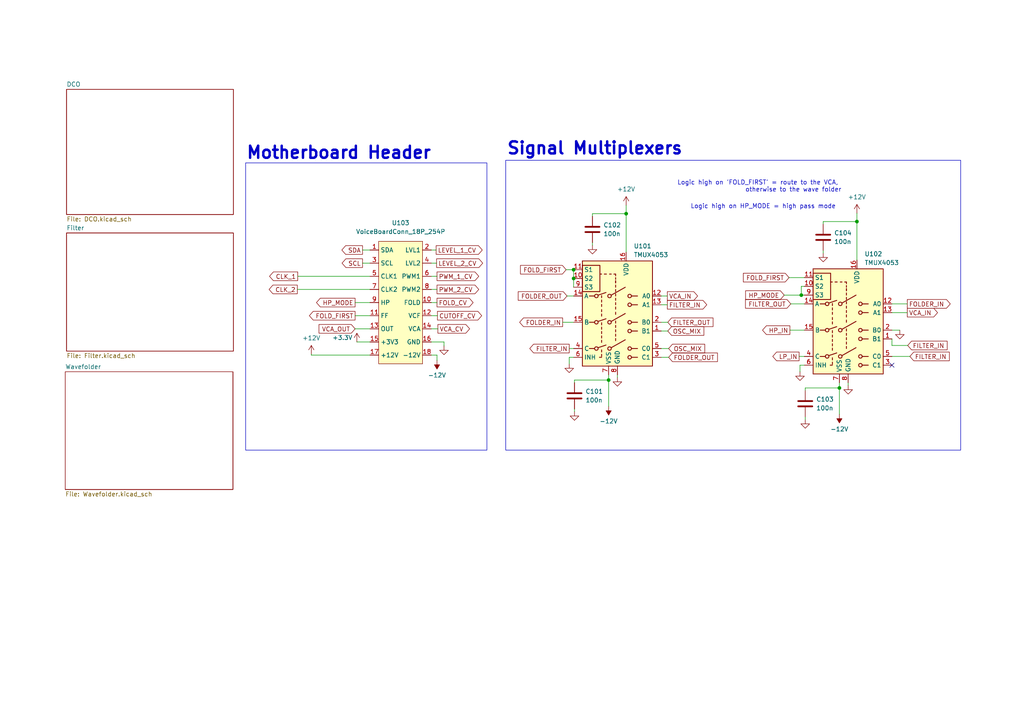
<source format=kicad_sch>
(kicad_sch (version 20231120) (generator "eeschema") (generator_version "8.0")
  (paper "A4")
  (lib_symbols
    (symbol "Analog_Switch:TMUX4053"
      (property "Reference" "U" (at -10.16 16.51 0))
      (property "Value" "TMUX4053" (at 3.81 16.51 0))
      (symbol "TMUX4053_0_1"
        (rectangle (start -10.16 6.35) (end -5.08 13.97) (stroke (width 0.254)))
        (rectangle (start -10.16 15.24) (end 10.16 -15.24) (stroke (width 0.254)) (fill (type background)))
        (circle (center -6.096 -10.16) (radius 0.508) (stroke (width 0.254)))
        (circle (center -6.096 -2.54) (radius 0.508) (stroke (width 0.254)))
        (circle (center -6.096 5.08) (radius 0.508) (stroke (width 0.254)))
        (circle (center -2.286 -10.16) (radius 0.508) (stroke (width 0.254)))
        (circle (center -2.286 -2.54) (radius 0.508) (stroke (width 0.254)))
        (circle (center -2.286 5.08) (radius 0.508) (stroke (width 0.254)))
        (polyline (pts (xy -8.128 -10.16) (xy -6.604 -10.16)) (stroke (width 0.254)))
        (polyline (pts (xy -8.128 -2.54) (xy -6.604 -2.54)) (stroke (width 0.254)))
        (polyline (pts (xy -8.128 5.08) (xy -6.604 5.08)) (stroke (width 0.254)))
        (polyline (pts (xy -5.588 -9.906) (xy -3.302 -9.144)) (stroke (width 0.254)))
        (polyline (pts (xy -5.588 -2.286) (xy -3.302 -1.524)) (stroke (width 0.254)))
        (polyline (pts (xy -5.588 5.334) (xy -3.302 6.096)) (stroke (width 0.254)))
        (polyline (pts (xy -4.572 -12.7) (xy -5.207 -12.7)) (stroke (width 0.254)))
        (polyline (pts (xy -4.572 -12.446) (xy -4.572 -11.811)) (stroke (width 0.254)))
        (polyline (pts (xy -4.572 -11.176) (xy -4.572 -10.541)) (stroke (width 0.254)))
        (polyline (pts (xy -4.572 -8.382) (xy -4.572 -7.747)) (stroke (width 0.254)))
        (polyline (pts (xy -4.572 -7.112) (xy -4.572 -6.477)) (stroke (width 0.254)))
        (polyline (pts (xy -4.572 -5.842) (xy -4.572 -5.207)) (stroke (width 0.254)))
        (polyline (pts (xy -4.572 -4.572) (xy -4.572 -3.937)) (stroke (width 0.254)))
        (polyline (pts (xy -4.572 -3.302) (xy -4.572 -2.667)) (stroke (width 0.254)))
        (polyline (pts (xy -4.572 -0.762) (xy -4.572 -0.127)) (stroke (width 0.254)))
        (polyline (pts (xy -4.572 0.508) (xy -4.572 1.143)) (stroke (width 0.254)))
        (polyline (pts (xy -4.572 2.032) (xy -4.572 2.667)) (stroke (width 0.254)))
        (polyline (pts (xy -4.572 3.302) (xy -4.572 3.937)) (stroke (width 0.254)))
        (polyline (pts (xy -4.572 4.572) (xy -4.572 5.207)) (stroke (width 0.254)))
        (polyline (pts (xy -4.572 11.43) (xy -5.08 11.43)) (stroke (width 0.254)))
        (polyline (pts (xy -3.81 11.43) (xy -3.175 11.43)) (stroke (width 0.254)))
        (polyline (pts (xy -1.778 -9.906) (xy 2.286 -7.62)) (stroke (width 0.254)))
        (polyline (pts (xy -1.778 -2.286) (xy 2.286 0)) (stroke (width 0.254)))
        (polyline (pts (xy -1.778 5.334) (xy 2.286 7.62)) (stroke (width 0.254)))
        (polyline (pts (xy -1.778 11.43) (xy -2.286 11.43)) (stroke (width 0.254)))
        (polyline (pts (xy -0.508 -7.874) (xy -0.508 -7.239)) (stroke (width 0.254)))
        (polyline (pts (xy -0.508 -6.604) (xy -0.508 -5.969)) (stroke (width 0.254)))
        (polyline (pts (xy -0.508 -5.334) (xy -0.508 -4.699)) (stroke (width 0.254)))
        (polyline (pts (xy -0.508 -4.064) (xy -0.508 -3.429)) (stroke (width 0.254)))
        (polyline (pts (xy -0.508 -2.794) (xy -0.508 -2.159)) (stroke (width 0.254)))
        (polyline (pts (xy -0.508 -0.254) (xy -0.508 0.381)) (stroke (width 0.254)))
        (polyline (pts (xy -0.508 1.27) (xy -0.508 1.905)) (stroke (width 0.254)))
        (polyline (pts (xy -0.508 2.54) (xy -0.508 3.175)) (stroke (width 0.254)))
        (polyline (pts (xy -0.508 3.81) (xy -0.508 4.445)) (stroke (width 0.254)))
        (polyline (pts (xy -0.508 5.08) (xy -0.508 5.715)) (stroke (width 0.254)))
        (polyline (pts (xy -0.508 6.35) (xy -0.508 6.985)) (stroke (width 0.254)))
        (polyline (pts (xy -0.508 7.62) (xy -0.508 8.255)) (stroke (width 0.254)))
        (polyline (pts (xy -0.508 8.89) (xy -0.508 9.398)) (stroke (width 0.254)))
        (polyline (pts (xy -0.508 8.89) (xy -0.508 9.525)) (stroke (width 0.254)))
        (polyline (pts (xy -0.508 9.906) (xy -0.508 10.414)) (stroke (width 0.254)))
        (polyline (pts (xy -0.508 10.922) (xy -0.508 11.43)) (stroke (width 0.254)))
        (polyline (pts (xy -0.508 11.43) (xy -1.016 11.43)) (stroke (width 0.254)))
        (polyline (pts (xy 4.064 -12.7) (xy 5.842 -12.7)) (stroke (width 0.254)))
        (polyline (pts (xy 4.064 -10.16) (xy 5.842 -10.16)) (stroke (width 0.254)))
        (polyline (pts (xy 4.064 -5.08) (xy 5.842 -5.08)) (stroke (width 0.254)))
        (polyline (pts (xy 4.064 -2.54) (xy 5.842 -2.54)) (stroke (width 0.254)))
        (polyline (pts (xy 4.064 2.54) (xy 5.842 2.54)) (stroke (width 0.254)))
        (polyline (pts (xy 4.064 5.08) (xy 5.842 5.08)) (stroke (width 0.254)))
        (circle (center 3.556 -12.7) (radius 0.508) (stroke (width 0.254)))
        (circle (center 3.556 -10.16) (radius 0.508) (stroke (width 0.254)))
        (circle (center 3.556 -5.08) (radius 0.508) (stroke (width 0.254)))
        (circle (center 3.556 -2.54) (radius 0.508) (stroke (width 0.254)))
        (circle (center 3.556 2.54) (radius 0.508) (stroke (width 0.254)))
        (circle (center 3.556 5.08) (radius 0.508) (stroke (width 0.254)))
      )
      (symbol "TMUX4053_1_1"
        (pin bidirectional line (at 12.7 -5.08 180) (length 2.54) (name "B1") (number "1"))
        (pin input line (at -12.7 10.16 0) (length 2.54) (name "S2") (number "10"))
        (pin input line (at -12.7 12.7 0) (length 2.54) (name "S1") (number "11"))
        (pin bidirectional line (at 12.7 5.08 180) (length 2.54) (name "A0") (number "12"))
        (pin bidirectional line (at 12.7 2.54 180) (length 2.54) (name "A1") (number "13"))
        (pin bidirectional line (at -12.7 5.08 0) (length 2.54) (name "A") (number "14"))
        (pin bidirectional line (at -12.7 -2.54 0) (length 2.54) (name "B") (number "15"))
        (pin power_in line (at 2.54 17.78 270) (length 2.54) (name "VDD") (number "16"))
        (pin bidirectional line (at 12.7 -2.54 180) (length 2.54) (name "B0") (number "2"))
        (pin bidirectional line (at 12.7 -12.7 180) (length 2.54) (name "C1") (number "3"))
        (pin bidirectional line (at -12.7 -10.16 0) (length 2.54) (name "C") (number "4"))
        (pin bidirectional line (at 12.7 -10.16 180) (length 2.54) (name "C0") (number "5"))
        (pin input line (at -12.7 -12.7 0) (length 2.54) (name "INH") (number "6"))
        (pin power_in line (at -2.54 -17.78 90) (length 2.54) (name "VSS") (number "7"))
        (pin power_in line (at 0 -17.78 90) (length 2.54) (name "GND") (number "8"))
        (pin input line (at -12.7 7.62 0) (length 2.54) (name "S3") (number "9"))
      )
    )
    (symbol "Connector_Audio:VoiceBoardConn_18P_254P"
      (property "Reference" "U" (at 0 0 0))
      (property "Value" "VoiceBoardConn_18P_254P" (at 0 -39.37 0))
      (symbol "VoiceBoardConn_18P_254P_1_1"
        (rectangle (start -6.35 26.67) (end 6.35 -8.89) (fill (type background)))
        (pin passive line (at -8.89 24.13 0) (length 2.54) (name "SDA") (number "1"))
        (pin passive line (at 8.89 8.89 180) (length 2.54) (name "FOLD") (number "10"))
        (pin passive line (at -8.89 5.08 0) (length 2.54) (name "FF") (number "11"))
        (pin passive line (at 8.89 5.08 180) (length 2.54) (name "VCF") (number "12"))
        (pin passive line (at -8.89 1.27 0) (length 2.54) (name "OUT") (number "13"))
        (pin passive line (at 8.89 1.27 180) (length 2.54) (name "VCA") (number "14"))
        (pin passive line (at -8.89 -2.54 0) (length 2.54) (name "+3V3") (number "15"))
        (pin passive line (at 8.89 -2.54 180) (length 2.54) (name "GND") (number "16"))
        (pin passive line (at -8.89 -6.35 0) (length 2.54) (name "+12V") (number "17"))
        (pin passive line (at 8.89 -6.35 180) (length 2.54) (name "-12V") (number "18"))
        (pin passive line (at 8.89 24.13 180) (length 2.54) (name "LVL1") (number "2"))
        (pin passive line (at -8.89 20.32 0) (length 2.54) (name "SCL") (number "3"))
        (pin passive line (at 8.89 20.32 180) (length 2.54) (name "LVL2") (number "4"))
        (pin passive line (at -8.89 16.51 0) (length 2.54) (name "CLK1") (number "5"))
        (pin passive line (at 8.89 16.51 180) (length 2.54) (name "PWM1") (number "6"))
        (pin passive line (at -8.89 12.7 0) (length 2.54) (name "CLK2") (number "7"))
        (pin passive line (at 8.89 12.7 180) (length 2.54) (name "PWM2") (number "8"))
        (pin passive line (at -8.89 8.89 0) (length 2.54) (name "HP") (number "9"))
      )
    )
    (symbol "Device:C" (pin_numbers hide) (pin_names (offset 0.254))
      (property "Reference" "C" (at 0.635 2.54 0))
      (property "Value" "C" (at 0.635 -2.54 0))
      (symbol "C_0_1"
        (polyline (pts (xy -2.032 -0.762) (xy 2.032 -0.762)) (stroke (width 0.508)))
        (polyline (pts (xy -2.032 0.762) (xy 2.032 0.762)) (stroke (width 0.508)))
      )
      (symbol "C_1_1"
        (pin passive line (at 0 3.81 270) (length 2.794) (name "~") (number "1"))
        (pin passive line (at 0 -3.81 90) (length 2.794) (name "~") (number "2"))
      )
    )
    (symbol "power:+12V" (power) (pin_names (offset 0))
      (property "Value" "+12V" (at 0 3.556 0))
      (symbol "+12V_0_1"
        (polyline (pts (xy -0.762 1.27) (xy 0 2.54)))
        (polyline (pts (xy 0 0) (xy 0 2.54)))
        (polyline (pts (xy 0 2.54) (xy 0.762 1.27)))
      )
      (symbol "+12V_1_1"
        (pin power_in line (at 0 0 90) (length 0) hide (name "+12V") (number "1"))
      )
    )
    (symbol "power:+3.3V" (power) (pin_names (offset 0))
      (property "Value" "+3.3V" (at 0 3.556 0))
      (symbol "+3.3V_0_1"
        (polyline (pts (xy -0.762 1.27) (xy 0 2.54)))
        (polyline (pts (xy 0 0) (xy 0 2.54)))
        (polyline (pts (xy 0 2.54) (xy 0.762 1.27)))
      )
      (symbol "+3.3V_1_1"
        (pin power_in line (at 0 0 90) (length 0) hide (name "+3.3V") (number "1"))
      )
    )
    (symbol "power:-12V" (power) (pin_names (offset 0))
      (property "Value" "-12V" (at 0 3.81 0))
      (symbol "-12V_0_0"
        (pin power_in line (at 0 0 90) (length 0) hide (name "-12V") (number "1"))
      )
      (symbol "-12V_0_1"
        (polyline (pts (xy 0 0) (xy 0 1.27) (xy 0.762 1.27) (xy 0 2.54) (xy -0.762 1.27) (xy 0 1.27)) (fill (type outline)))
      )
    )
    (symbol "power:GND" (power) (pin_names (offset 0))
      (symbol "GND_0_1"
        (polyline (pts (xy 0 0) (xy 0 -1.27) (xy 1.27 -1.27) (xy 0 -2.54) (xy -1.27 -1.27) (xy 0 -1.27)))
      )
      (symbol "GND_1_1"
        (pin power_in line (at 0 0 270) (length 0) hide (name "GND") (number "1"))
      )
    )
  )
  (junction (at 166.37 78.232))
  (junction (at 248.539 64.262))
  (junction (at 243.459 112.522))
  (junction (at 166.37 80.772))
  (junction (at 232.41 85.598))
  (junction (at 181.61 61.976))
  (junction (at 176.53 110.236))
  (no_connect (at 258.699 105.918))
  (wire (pts (xy 90.297 102.743) (xy 90.297 102.997)))
  (wire (pts (xy 126.746 102.997) (xy 126.746 104.521)))
  (wire (pts (xy 105.156 76.327) (xy 107.315 76.327)))
  (wire (pts (xy 258.699 90.678) (xy 263.144 90.678)))
  (wire (pts (xy 229.108 95.758) (xy 233.299 95.758)))
  (wire (pts (xy 171.831 61.976) (xy 181.61 61.976)))
  (wire (pts (xy 86.233 83.947) (xy 107.315 83.947)))
  (wire (pts (xy 103.505 99.187) (xy 107.315 99.187)))
  (wire (pts (xy 102.997 91.567) (xy 107.315 91.567)))
  (wire (pts (xy 228.854 80.518) (xy 233.299 80.518)))
  (wire (pts (xy 163.195 93.472) (xy 166.37 93.472)))
  (wire (pts (xy 125.095 72.517) (xy 126.492 72.517)))
  (wire (pts (xy 238.76 72.644) (xy 238.76 73.406)))
  (wire (pts (xy 233.553 112.522) (xy 243.459 112.522)))
  (wire (pts (xy 102.997 95.377) (xy 107.315 95.377)))
  (wire (pts (xy 171.831 70.358) (xy 171.831 71.12)))
  (wire (pts (xy 191.77 88.392) (xy 193.548 88.392)))
  (wire (pts (xy 165.1 101.092) (xy 166.37 101.092)))
  (wire (pts (xy 165.1 103.632) (xy 166.37 103.632)))
  (wire (pts (xy 243.459 112.522) (xy 243.459 110.998)))
  (wire (pts (xy 258.699 103.378) (xy 263.906 103.378)))
  (wire (pts (xy 176.53 110.236) (xy 176.53 108.712)))
  (wire (pts (xy 166.624 110.236) (xy 176.53 110.236)))
  (wire (pts (xy 245.999 110.998) (xy 245.999 111.76)))
  (wire (pts (xy 233.553 120.904) (xy 233.553 121.666)))
  (wire (pts (xy 232.41 83.058) (xy 232.41 85.598)))
  (wire (pts (xy 232.41 85.598) (xy 233.299 85.598)))
  (wire (pts (xy 232.029 105.918) (xy 233.299 105.918)))
  (wire (pts (xy 179.07 108.712) (xy 179.07 109.474)))
  (wire (pts (xy 263.144 88.138) (xy 258.699 88.138)))
  (wire (pts (xy 166.37 80.772) (xy 166.37 83.312)))
  (wire (pts (xy 86.36 80.137) (xy 107.315 80.137)))
  (wire (pts (xy 164.465 85.852) (xy 166.37 85.852)))
  (wire (pts (xy 191.77 85.852) (xy 193.548 85.852)))
  (wire (pts (xy 243.459 112.522) (xy 243.459 120.142)))
  (wire (pts (xy 191.77 101.092) (xy 193.929 101.092)))
  (wire (pts (xy 227.457 85.598) (xy 232.41 85.598)))
  (wire (pts (xy 258.699 98.298) (xy 258.699 100.203)))
  (wire (pts (xy 233.553 113.284) (xy 233.553 112.522)))
  (wire (pts (xy 176.53 110.236) (xy 176.53 117.856)))
  (wire (pts (xy 166.624 118.618) (xy 166.624 119.38)))
  (wire (pts (xy 125.095 76.327) (xy 126.619 76.327)))
  (wire (pts (xy 125.095 83.947) (xy 126.746 83.947)))
  (wire (pts (xy 248.539 61.849) (xy 248.539 64.262)))
  (wire (pts (xy 90.297 102.997) (xy 107.315 102.997)))
  (wire (pts (xy 238.76 64.262) (xy 248.539 64.262)))
  (wire (pts (xy 165.1 105.537) (xy 165.1 103.632)))
  (wire (pts (xy 233.299 83.058) (xy 232.41 83.058)))
  (wire (pts (xy 125.095 87.757) (xy 126.746 87.757)))
  (wire (pts (xy 164.211 78.232) (xy 166.37 78.232)))
  (wire (pts (xy 125.095 95.377) (xy 127 95.377)))
  (wire (pts (xy 102.997 87.757) (xy 107.315 87.757)))
  (wire (pts (xy 181.61 61.976) (xy 181.61 73.152)))
  (wire (pts (xy 191.77 103.632) (xy 193.929 103.632)))
  (wire (pts (xy 181.61 59.563) (xy 181.61 61.976)))
  (wire (pts (xy 125.095 80.137) (xy 126.746 80.137)))
  (wire (pts (xy 258.699 95.758) (xy 260.985 95.758)))
  (wire (pts (xy 166.624 110.998) (xy 166.624 110.236)))
  (wire (pts (xy 229.362 88.138) (xy 233.299 88.138)))
  (wire (pts (xy 191.77 93.472) (xy 193.675 93.472)))
  (wire (pts (xy 125.095 91.567) (xy 126.873 91.567)))
  (wire (pts (xy 232.029 107.823) (xy 232.029 105.918)))
  (wire (pts (xy 238.76 65.024) (xy 238.76 64.262)))
  (wire (pts (xy 258.699 100.203) (xy 263.271 100.203)))
  (wire (pts (xy 105.156 72.517) (xy 107.315 72.517)))
  (wire (pts (xy 231.775 103.378) (xy 233.299 103.378)))
  (wire (pts (xy 125.095 99.187) (xy 128.778 99.187)))
  (wire (pts (xy 191.77 96.012) (xy 193.675 96.012)))
  (wire (pts (xy 125.095 102.997) (xy 126.746 102.997)))
  (wire (pts (xy 166.37 78.232) (xy 166.37 80.772)))
  (wire (pts (xy 128.778 99.187) (xy 128.778 100.33)))
  (wire (pts (xy 248.539 64.262) (xy 248.539 75.438)))
  (wire (pts (xy 171.831 62.738) (xy 171.831 61.976)))
  (rectangle (start 146.685 46.482) (end 278.638 130.556))
  (rectangle (start 71.247 47.244) (end 141.224 130.556))
  (text "Logic high on HP_MODE = high pass mode" (at 200.279 60.706 0) (effects (font (size 1.27 1.27)) (justify left bottom)))
  (text "Motherboard Header" (at 71.247 46.482 0) (effects (font (size 3.5 3.5) (thickness 0.7) (bold yes)) (justify left bottom)))
  (text "Logic high on 'FOLD_FIRST' = route to the VCA, \notherwise to the wave folder" (at 244.094 55.88 0) (effects (font (size 1.27 1.27)) (justify right bottom)))
  (text "Signal Multiplexers" (at 146.812 45.212 0) (effects (font (size 3.5 3.5) (thickness 0.7) (bold yes)) (justify left bottom)))
  (global_label "FOLDER_IN" (shape output) (at 163.195 93.472 180) (property "Intersheetrefs" "${INTERSHEET_REFS}" (effects (hide yes))))
  (global_label "FILTER_OUT" (shape input) (at 193.675 93.472 0) (property "Intersheetrefs" "${INTERSHEET_REFS}" (effects (hide yes))))
  (global_label "FOLD_FIRST" (shape output) (at 102.997 91.567 180) (property "Intersheetrefs" "${INTERSHEET_REFS}" (effects (hide yes))))
  (global_label "PWM_1_CV" (shape output) (at 126.746 80.137 0) (property "Intersheetrefs" "${INTERSHEET_REFS}" (effects (hide yes))))
  (global_label "VCA_CV" (shape output) (at 127 95.377 0) (property "Intersheetrefs" "${INTERSHEET_REFS}" (effects (hide yes))))
  (global_label "VCA_OUT" (shape input) (at 102.997 95.377 180) (property "Intersheetrefs" "${INTERSHEET_REFS}" (effects (hide yes))))
  (global_label "HP_MODE" (shape input) (at 227.457 85.598 180) (property "Intersheetrefs" "${INTERSHEET_REFS}" (effects (hide yes))))
  (global_label "VCA_IN" (shape output) (at 263.144 90.678 0) (property "Intersheetrefs" "${INTERSHEET_REFS}" (effects (hide yes))))
  (global_label "CLK_1" (shape output) (at 86.36 80.137 180) (property "Intersheetrefs" "${INTERSHEET_REFS}" (effects (hide yes))))
  (global_label "LEVEL_2_CV" (shape output) (at 126.619 76.327 0) (property "Intersheetrefs" "${INTERSHEET_REFS}" (effects (hide yes))))
  (global_label "FOLD_FIRST" (shape input) (at 228.854 80.518 180) (property "Intersheetrefs" "${INTERSHEET_REFS}" (effects (hide yes))))
  (global_label "FILTER_OUT" (shape input) (at 229.362 88.138 180) (property "Intersheetrefs" "${INTERSHEET_REFS}" (effects (hide yes))))
  (global_label "LP_IN" (shape output) (at 231.775 103.378 180) (property "Intersheetrefs" "${INTERSHEET_REFS}" (effects (hide yes))))
  (global_label "OSC_MIX" (shape input) (at 193.929 101.092 0) (property "Intersheetrefs" "${INTERSHEET_REFS}" (effects (hide yes))))
  (global_label "SCL" (shape output) (at 105.156 76.327 180) (property "Intersheetrefs" "${INTERSHEET_REFS}" (effects (hide yes))))
  (global_label "FILTER_IN" (shape output) (at 165.1 101.092 180) (property "Intersheetrefs" "${INTERSHEET_REFS}" (effects (hide yes))))
  (global_label "PWM_2_CV" (shape output) (at 126.746 83.947 0) (property "Intersheetrefs" "${INTERSHEET_REFS}" (effects (hide yes))))
  (global_label "CLK_2" (shape output) (at 86.233 83.947 180) (property "Intersheetrefs" "${INTERSHEET_REFS}" (effects (hide yes))))
  (global_label "FOLDER_OUT" (shape input) (at 164.465 85.852 180) (property "Intersheetrefs" "${INTERSHEET_REFS}" (effects (hide yes))))
  (global_label "FOLDER_OUT" (shape input) (at 193.929 103.632 0) (property "Intersheetrefs" "${INTERSHEET_REFS}" (effects (hide yes))))
  (global_label "HP_MODE" (shape output) (at 102.997 87.757 180) (property "Intersheetrefs" "${INTERSHEET_REFS}" (effects (hide yes))))
  (global_label "OSC_MIX" (shape input) (at 193.675 96.012 0) (property "Intersheetrefs" "${INTERSHEET_REFS}" (effects (hide yes))))
  (global_label "CUTOFF_CV" (shape output) (at 126.873 91.567 0) (property "Intersheetrefs" "${INTERSHEET_REFS}" (effects (hide yes))))
  (global_label "HP_IN" (shape output) (at 229.108 95.758 180) (property "Intersheetrefs" "${INTERSHEET_REFS}" (effects (hide yes))))
  (global_label "LEVEL_1_CV" (shape output) (at 126.492 72.517 0) (property "Intersheetrefs" "${INTERSHEET_REFS}" (effects (hide yes))))
  (global_label "FOLD_FIRST" (shape input) (at 164.211 78.232 180) (property "Intersheetrefs" "${INTERSHEET_REFS}" (effects (hide yes))))
  (global_label "FILTER_IN" (shape input) (at 263.271 100.203 0) (property "Intersheetrefs" "${INTERSHEET_REFS}" (effects (hide yes))))
  (global_label "FOLD_CV" (shape output) (at 126.746 87.757 0) (property "Intersheetrefs" "${INTERSHEET_REFS}" (effects (hide yes))))
  (global_label "SDA" (shape output) (at 105.156 72.517 180) (property "Intersheetrefs" "${INTERSHEET_REFS}" (effects (hide yes))))
  (global_label "VCA_IN" (shape output) (at 193.548 85.852 0) (property "Intersheetrefs" "${INTERSHEET_REFS}" (effects (hide yes))))
  (global_label "FILTER_IN" (shape input) (at 263.906 103.378 0) (property "Intersheetrefs" "${INTERSHEET_REFS}" (effects (hide yes))))
  (global_label "FOLDER_IN" (shape output) (at 263.144 88.138 0) (property "Intersheetrefs" "${INTERSHEET_REFS}" (effects (hide yes))))
  (global_label "FILTER_IN" (shape output) (at 193.548 88.392 0) (property "Intersheetrefs" "${INTERSHEET_REFS}" (effects (hide yes))))
  (symbol (lib_id "power:GND") (at 171.831 71.12 0) (unit 1)
    (property "Reference" "#PWR0107" (effects (hide yes)))
    (property "Value" "GND" (effects (hide yes)))
  )
  (symbol (lib_id "power:GND") (at 165.1 105.537 0) (unit 1)
    (property "Reference" "#PWR0105" (effects (hide yes)))
    (property "Value" "GND" (effects (hide yes)))
  )
  (symbol (lib_id "power:GND") (at 232.029 107.823 0) (unit 1)
    (property "Reference" "#PWR0111" (effects (hide yes)))
    (property "Value" "GND" (effects (hide yes)))
  )
  (symbol (lib_id "Device:C") (at 171.831 66.548 0) (unit 1)
    (property "Reference" "C102" (at 175.006 65.278 0) (effects (justify left)))
    (property "Value" "100n" (at 175.006 67.818 0) (effects (justify left)))
    (property "Footprint" "Capacitor_SMD:C_0805_2012Metric" (effects (hide yes)))
  )
  (symbol (lib_id "Analog_Switch:TMUX4053") (at 179.07 90.932 0) (unit 1)
    (property "Reference" "U101" (at 183.8041 71.374 0) (effects (justify left)))
    (property "Value" "TMUX4053" (at 183.8041 73.914 0) (effects (justify left)))
    (property "Footprint" "Package_SO:TSSOP-16_4.4x5mm_P0.65mm" (effects (hide yes)))
    (property "Datasheet" "http://www.ti.com/lit/ds/symlink/cd4052b.pdf" (effects (hide yes)))
  )
  (symbol (lib_id "power:-12V") (at 243.459 120.142 180) (unit 1)
    (property "Reference" "#PWR0114" (effects (hide yes)))
    (property "Value" "-12V" (at 243.459 124.46 0))
  )
  (symbol (lib_id "power:+12V") (at 90.297 102.743 0) (unit 1)
    (property "Reference" "#PWR0119" (effects (hide yes)))
    (property "Value" "+12V" (at 90.297 98.044 0))
  )
  (symbol (lib_id "power:+3.3V") (at 103.505 99.187 0) (unit 1)
    (property "Reference" "#PWR0118" (effects (hide yes)))
    (property "Value" "+3.3V" (at 99.314 97.917 0))
  )
  (symbol (lib_id "power:+12V") (at 181.61 59.563 0) (unit 1)
    (property "Reference" "#PWR0110" (effects (hide yes)))
    (property "Value" "+12V" (at 181.61 54.864 0))
  )
  (symbol (lib_id "power:GND") (at 260.985 95.758 0) (unit 1)
    (property "Reference" "#PWR0117" (effects (hide yes)))
    (property "Value" "GND" (effects (hide yes)))
  )
  (symbol (lib_id "power:-12V") (at 176.53 117.856 180) (unit 1)
    (property "Reference" "#PWR0108" (effects (hide yes)))
    (property "Value" "-12V" (at 176.53 122.174 0))
  )
  (symbol (lib_id "Device:C") (at 238.76 68.834 0) (unit 1)
    (property "Reference" "C104" (at 241.935 67.564 0) (effects (justify left)))
    (property "Value" "100n" (at 241.935 70.104 0) (effects (justify left)))
    (property "Footprint" "Capacitor_SMD:C_0805_2012Metric" (effects (hide yes)))
  )
  (symbol (lib_id "power:-12V") (at 126.746 104.521 180) (unit 1)
    (property "Reference" "#PWR0120" (effects (hide yes)))
    (property "Value" "-12V" (at 126.746 108.839 0))
  )
  (symbol (lib_id "power:GND") (at 128.778 100.33 0) (unit 1)
    (property "Reference" "#PWR0121" (effects (hide yes)))
    (property "Value" "GND" (effects (hide yes)))
  )
  (symbol (lib_id "Device:C") (at 233.553 117.094 0) (unit 1)
    (property "Reference" "C103" (at 236.728 115.824 0) (effects (justify left)))
    (property "Value" "100n" (at 236.728 118.364 0) (effects (justify left)))
    (property "Footprint" "Capacitor_SMD:C_0805_2012Metric" (effects (hide yes)))
  )
  (symbol (lib_id "power:GND") (at 245.999 111.76 0) (unit 1)
    (property "Reference" "#PWR0115" (effects (hide yes)))
    (property "Value" "GND" (effects (hide yes)))
  )
  (symbol (lib_id "Analog_Switch:TMUX4053") (at 245.999 93.218 0) (unit 1)
    (property "Reference" "U102" (at 250.7331 73.66 0) (effects (justify left)))
    (property "Value" "TMUX4053" (at 250.7331 76.2 0) (effects (justify left)))
    (property "Footprint" "Package_SO:TSSOP-16_4.4x5mm_P0.65mm" (effects (hide yes)))
    (property "Datasheet" "http://www.ti.com/lit/ds/symlink/cd4052b.pdf" (effects (hide yes)))
  )
  (symbol (lib_id "Device:C") (at 166.624 114.808 0) (unit 1)
    (property "Reference" "C101" (at 169.799 113.538 0) (effects (justify left)))
    (property "Value" "100n" (at 169.799 116.078 0) (effects (justify left)))
    (property "Footprint" "Capacitor_SMD:C_0805_2012Metric" (effects (hide yes)))
  )
  (symbol (lib_id "power:+12V") (at 248.539 61.849 0) (unit 1)
    (property "Reference" "#PWR0116" (effects (hide yes)))
    (property "Value" "+12V" (at 248.539 57.15 0))
  )
  (symbol (lib_id "power:GND") (at 166.624 119.38 0) (unit 1)
    (property "Reference" "#PWR0106" (effects (hide yes)))
    (property "Value" "GND" (effects (hide yes)))
  )
  (symbol (lib_id "power:GND") (at 233.553 121.666 0) (unit 1)
    (property "Reference" "#PWR0112" (effects (hide yes)))
    (property "Value" "GND" (effects (hide yes)))
  )
  (symbol (lib_id "power:GND") (at 238.76 73.406 0) (unit 1)
    (property "Reference" "#PWR0113" (effects (hide yes)))
    (property "Value" "GND" (effects (hide yes)))
  )
  (symbol (lib_id "power:GND") (at 179.07 109.474 0) (unit 1)
    (property "Reference" "#PWR0109" (effects (hide yes)))
    (property "Value" "GND" (effects (hide yes)))
  )
  (symbol (lib_id "Connector_Audio:VoiceBoardConn_18P_254P") (at 116.205 96.647 0) (unit 1)
    (property "Reference" "U103" (at 116.205 64.643 0))
    (property "Value" "VoiceBoardConn_18P_254P" (at 116.205 67.183 0))
    (property "Footprint" "Connector_PinHeader_2.54mm:PinHeader_2x09_P2.54mm_Vertical" (effects (hide yes)))
  )
  (sheet (at 18.923 107.823) (size 48.641 34.163) (stroke (width 0.1524))
    (property "Sheetname" "Wavefolder" (at 18.923 107.1114 0) (effects (justify left bottom)))
    (property "Sheetfile" "Wavefolder.kicad_sch" (at 18.923 142.5706 0) (effects (justify left top)))
  )
  (sheet (at 19.304 25.908) (size 48.387 36.322) (stroke (width 0.1524))
    (property "Sheetname" "DCO" (at 19.304 25.1964 0) (effects (justify left bottom)))
    (property "Sheetfile" "DCO.kicad_sch" (at 19.304 62.8146 0) (effects (justify left top)))
  )
  (sheet (at 19.304 67.564) (size 48.387 34.29) (stroke (width 0.1524))
    (property "Sheetname" "Filter" (at 19.304 66.8524 0) (effects (justify left bottom)))
    (property "Sheetfile" "Filter.kicad_sch" (at 19.304 102.4386 0) (effects (justify left top)))
  )
)
</source>
